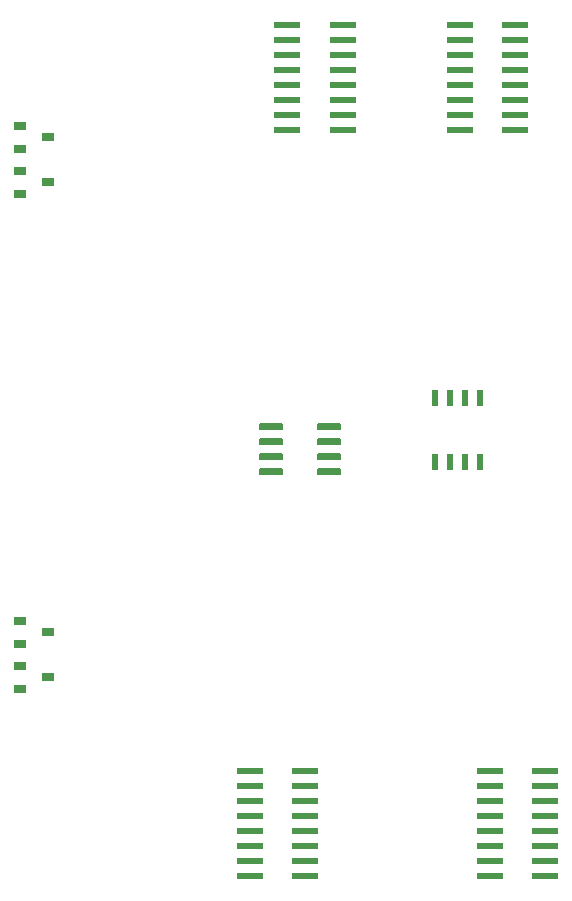
<source format=gbr>
G04 EAGLE Gerber RS-274X export*
G75*
%MOMM*%
%FSLAX34Y34*%
%LPD*%
%INSolderpaste Bottom*%
%IPPOS*%
%AMOC8*
5,1,8,0,0,1.08239X$1,22.5*%
G01*
%ADD10R,0.558800X1.460500*%
%ADD11R,2.184400X0.558800*%
%ADD12C,0.150000*%
%ADD13R,1.000000X0.800000*%


D10*
X200025Y436309D03*
X187325Y436309D03*
X174625Y436309D03*
X161925Y436309D03*
X161925Y490792D03*
X174625Y490792D03*
X187325Y490792D03*
X200025Y490792D03*
D11*
X229997Y806450D03*
X229997Y793750D03*
X229997Y781050D03*
X229997Y768350D03*
X229997Y755650D03*
X229997Y742950D03*
X229997Y730250D03*
X229997Y717550D03*
X182753Y717550D03*
X182753Y730250D03*
X182753Y742950D03*
X182753Y755650D03*
X182753Y768350D03*
X182753Y781050D03*
X182753Y793750D03*
X182753Y806450D03*
X208153Y85725D03*
X208153Y98425D03*
X208153Y111125D03*
X208153Y123825D03*
X208153Y136525D03*
X208153Y149225D03*
X208153Y161925D03*
X208153Y174625D03*
X255397Y174625D03*
X255397Y161925D03*
X255397Y149225D03*
X255397Y136525D03*
X255397Y123825D03*
X255397Y111125D03*
X255397Y98425D03*
X255397Y85725D03*
X83947Y806450D03*
X83947Y793750D03*
X83947Y781050D03*
X83947Y768350D03*
X83947Y755650D03*
X83947Y742950D03*
X83947Y730250D03*
X83947Y717550D03*
X36703Y717550D03*
X36703Y730250D03*
X36703Y742950D03*
X36703Y755650D03*
X36703Y768350D03*
X36703Y781050D03*
X36703Y793750D03*
X36703Y806450D03*
X4953Y85725D03*
X4953Y98425D03*
X4953Y111125D03*
X4953Y123825D03*
X4953Y136525D03*
X4953Y149225D03*
X4953Y161925D03*
X4953Y174625D03*
X52197Y174625D03*
X52197Y161925D03*
X52197Y149225D03*
X52197Y136525D03*
X52197Y123825D03*
X52197Y111125D03*
X52197Y98425D03*
X52197Y85725D03*
D12*
X32025Y426375D02*
X13825Y426375D01*
X13825Y430875D01*
X32025Y430875D01*
X32025Y426375D01*
X32025Y427800D02*
X13825Y427800D01*
X13825Y429225D02*
X32025Y429225D01*
X32025Y430650D02*
X13825Y430650D01*
X13825Y439075D02*
X32025Y439075D01*
X13825Y439075D02*
X13825Y443575D01*
X32025Y443575D01*
X32025Y439075D01*
X32025Y440500D02*
X13825Y440500D01*
X13825Y441925D02*
X32025Y441925D01*
X32025Y443350D02*
X13825Y443350D01*
X13825Y451775D02*
X32025Y451775D01*
X13825Y451775D02*
X13825Y456275D01*
X32025Y456275D01*
X32025Y451775D01*
X32025Y453200D02*
X13825Y453200D01*
X13825Y454625D02*
X32025Y454625D01*
X32025Y456050D02*
X13825Y456050D01*
X13825Y464475D02*
X32025Y464475D01*
X13825Y464475D02*
X13825Y468975D01*
X32025Y468975D01*
X32025Y464475D01*
X32025Y465900D02*
X13825Y465900D01*
X13825Y467325D02*
X32025Y467325D01*
X32025Y468750D02*
X13825Y468750D01*
X63225Y464475D02*
X81425Y464475D01*
X63225Y464475D02*
X63225Y468975D01*
X81425Y468975D01*
X81425Y464475D01*
X81425Y465900D02*
X63225Y465900D01*
X63225Y467325D02*
X81425Y467325D01*
X81425Y468750D02*
X63225Y468750D01*
X63225Y451775D02*
X81425Y451775D01*
X63225Y451775D02*
X63225Y456275D01*
X81425Y456275D01*
X81425Y451775D01*
X81425Y453200D02*
X63225Y453200D01*
X63225Y454625D02*
X81425Y454625D01*
X81425Y456050D02*
X63225Y456050D01*
X63225Y439075D02*
X81425Y439075D01*
X63225Y439075D02*
X63225Y443575D01*
X81425Y443575D01*
X81425Y439075D01*
X81425Y440500D02*
X63225Y440500D01*
X63225Y441925D02*
X81425Y441925D01*
X81425Y443350D02*
X63225Y443350D01*
X63225Y426375D02*
X81425Y426375D01*
X63225Y426375D02*
X63225Y430875D01*
X81425Y430875D01*
X81425Y426375D01*
X81425Y427800D02*
X63225Y427800D01*
X63225Y429225D02*
X81425Y429225D01*
X81425Y430650D02*
X63225Y430650D01*
D13*
X-189800Y663600D03*
X-189800Y682600D03*
X-165800Y673100D03*
X-189800Y701700D03*
X-189800Y720700D03*
X-165800Y711200D03*
X-189800Y282600D03*
X-189800Y301600D03*
X-165800Y292100D03*
X-189800Y244500D03*
X-189800Y263500D03*
X-165800Y254000D03*
M02*

</source>
